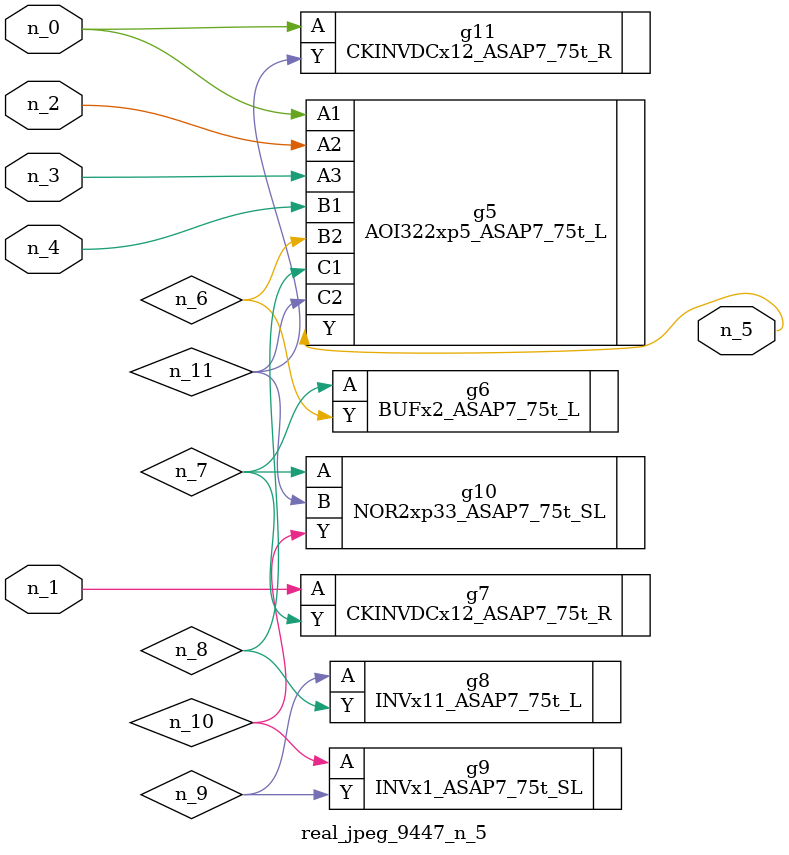
<source format=v>
module real_jpeg_9447_n_5 (n_4, n_0, n_1, n_2, n_3, n_5);

input n_4;
input n_0;
input n_1;
input n_2;
input n_3;

output n_5;

wire n_8;
wire n_11;
wire n_6;
wire n_7;
wire n_10;
wire n_9;

AOI322xp5_ASAP7_75t_L g5 ( 
.A1(n_0),
.A2(n_2),
.A3(n_3),
.B1(n_4),
.B2(n_6),
.C1(n_8),
.C2(n_11),
.Y(n_5)
);

CKINVDCx12_ASAP7_75t_R g11 ( 
.A(n_0),
.Y(n_11)
);

CKINVDCx12_ASAP7_75t_R g7 ( 
.A(n_1),
.Y(n_7)
);

BUFx2_ASAP7_75t_L g6 ( 
.A(n_7),
.Y(n_6)
);

NOR2xp33_ASAP7_75t_SL g10 ( 
.A(n_7),
.B(n_11),
.Y(n_10)
);

INVx11_ASAP7_75t_L g8 ( 
.A(n_9),
.Y(n_8)
);

INVx1_ASAP7_75t_SL g9 ( 
.A(n_10),
.Y(n_9)
);


endmodule
</source>
